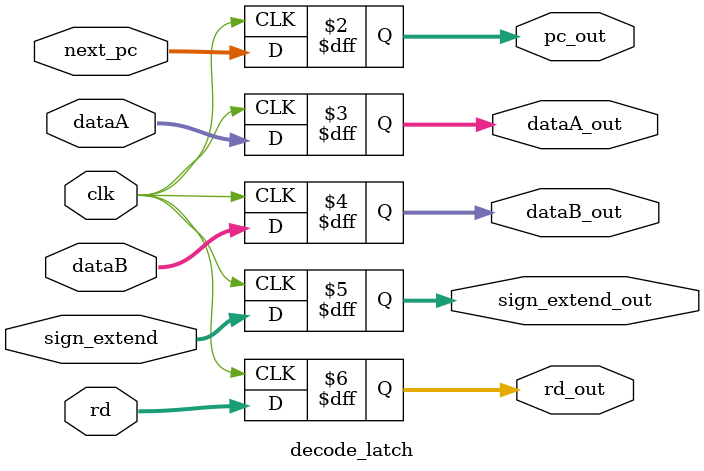
<source format=v>
`timescale 1ns / 1ps
module decode_latch(
//input control signals in the future
			input clk,
			input [31:0] next_pc,
			input [31:0] dataA, dataB,
			input [31:0] sign_extend,
			input [4:0]  rd,
			//input [4:0]  rd, for immediate type
			output reg [31:0] pc_out,
			output reg [31:0] dataA_out, dataB_out,
			output reg [31:0] sign_extend_out,
			output reg [4:0] rd_out
					);
					
		always @ (posedge clk)
		begin
		pc_out <= next_pc;
		dataA_out <= dataA;
		dataB_out <= dataB;
		sign_extend_out <= sign_extend;
		rd_out <= rd;
		end
endmodule
//still need to add control signals
</source>
